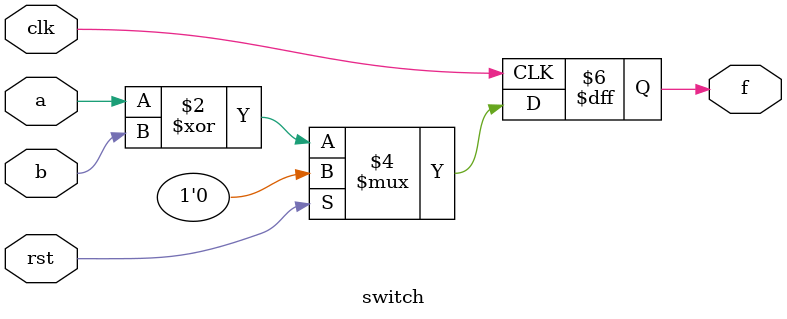
<source format=v>
module switch(
	input  wire clk,
	input  wire rst,
	input  wire a  ,
	input  wire b  ,
	output reg  f  
);

always @(posedge clk)begin
	if(rst)
		f <= 1'b0;
	else
		f <= a ^ b;
end

endmodule

</source>
